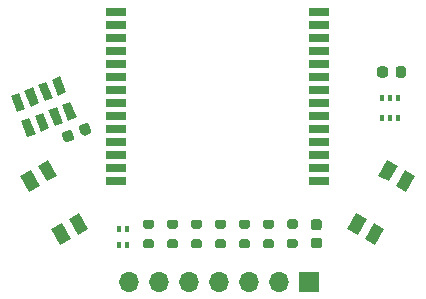
<source format=gbr>
G04 #@! TF.GenerationSoftware,KiCad,Pcbnew,(5.1.10)-1*
G04 #@! TF.CreationDate,2021-08-29T10:51:26+02:00*
G04 #@! TF.ProjectId,nrf52-sensor-tag,6e726635-322d-4736-956e-736f722d7461,rev?*
G04 #@! TF.SameCoordinates,Original*
G04 #@! TF.FileFunction,Soldermask,Top*
G04 #@! TF.FilePolarity,Negative*
%FSLAX46Y46*%
G04 Gerber Fmt 4.6, Leading zero omitted, Abs format (unit mm)*
G04 Created by KiCad (PCBNEW (5.1.10)-1) date 2021-08-29 10:51:26*
%MOMM*%
%LPD*%
G01*
G04 APERTURE LIST*
%ADD10R,0.400000X0.500000*%
%ADD11R,1.700000X0.800000*%
%ADD12C,0.100000*%
%ADD13R,0.300000X0.550000*%
%ADD14O,1.700000X1.700000*%
%ADD15R,1.700000X1.700000*%
G04 APERTURE END LIST*
G36*
G01*
X115620000Y-75736000D02*
X116170000Y-75736000D01*
G75*
G02*
X116370000Y-75936000I0J-200000D01*
G01*
X116370000Y-76336000D01*
G75*
G02*
X116170000Y-76536000I-200000J0D01*
G01*
X115620000Y-76536000D01*
G75*
G02*
X115420000Y-76336000I0J200000D01*
G01*
X115420000Y-75936000D01*
G75*
G02*
X115620000Y-75736000I200000J0D01*
G01*
G37*
G36*
G01*
X115620000Y-74086000D02*
X116170000Y-74086000D01*
G75*
G02*
X116370000Y-74286000I0J-200000D01*
G01*
X116370000Y-74686000D01*
G75*
G02*
X116170000Y-74886000I-200000J0D01*
G01*
X115620000Y-74886000D01*
G75*
G02*
X115420000Y-74686000I0J200000D01*
G01*
X115420000Y-74286000D01*
G75*
G02*
X115620000Y-74086000I200000J0D01*
G01*
G37*
G36*
G01*
X117653000Y-75736000D02*
X118203000Y-75736000D01*
G75*
G02*
X118403000Y-75936000I0J-200000D01*
G01*
X118403000Y-76336000D01*
G75*
G02*
X118203000Y-76536000I-200000J0D01*
G01*
X117653000Y-76536000D01*
G75*
G02*
X117453000Y-76336000I0J200000D01*
G01*
X117453000Y-75936000D01*
G75*
G02*
X117653000Y-75736000I200000J0D01*
G01*
G37*
G36*
G01*
X117653000Y-74086000D02*
X118203000Y-74086000D01*
G75*
G02*
X118403000Y-74286000I0J-200000D01*
G01*
X118403000Y-74686000D01*
G75*
G02*
X118203000Y-74886000I-200000J0D01*
G01*
X117653000Y-74886000D01*
G75*
G02*
X117453000Y-74686000I0J200000D01*
G01*
X117453000Y-74286000D01*
G75*
G02*
X117653000Y-74086000I200000J0D01*
G01*
G37*
G36*
G01*
X120235000Y-74886000D02*
X119685000Y-74886000D01*
G75*
G02*
X119485000Y-74686000I0J200000D01*
G01*
X119485000Y-74286000D01*
G75*
G02*
X119685000Y-74086000I200000J0D01*
G01*
X120235000Y-74086000D01*
G75*
G02*
X120435000Y-74286000I0J-200000D01*
G01*
X120435000Y-74686000D01*
G75*
G02*
X120235000Y-74886000I-200000J0D01*
G01*
G37*
G36*
G01*
X120235000Y-76536000D02*
X119685000Y-76536000D01*
G75*
G02*
X119485000Y-76336000I0J200000D01*
G01*
X119485000Y-75936000D01*
G75*
G02*
X119685000Y-75736000I200000J0D01*
G01*
X120235000Y-75736000D01*
G75*
G02*
X120435000Y-75936000I0J-200000D01*
G01*
X120435000Y-76336000D01*
G75*
G02*
X120235000Y-76536000I-200000J0D01*
G01*
G37*
D10*
X113417000Y-74915000D03*
X114117000Y-74915000D03*
X114117000Y-76215000D03*
X113417000Y-76215000D03*
D11*
X130340000Y-70815000D03*
X130340000Y-69715000D03*
X130340000Y-68615000D03*
X130340000Y-67515000D03*
X130340000Y-66415000D03*
X130340000Y-65315000D03*
X130340000Y-64215000D03*
X130340000Y-63115000D03*
X130340000Y-62015000D03*
X130340000Y-60915000D03*
X130340000Y-59815000D03*
X130340000Y-58715000D03*
X130340000Y-57615000D03*
X130340000Y-56515000D03*
X113140000Y-70815000D03*
X113140000Y-69715000D03*
X113140000Y-68615000D03*
X113140000Y-67515000D03*
X113140000Y-66415000D03*
X113140000Y-65315000D03*
X113140000Y-64215000D03*
X113140000Y-63115000D03*
X113140000Y-62015000D03*
X113140000Y-60915000D03*
X113140000Y-59815000D03*
X113140000Y-58715000D03*
X113140000Y-57615000D03*
X113140000Y-56515000D03*
D12*
G36*
X104942837Y-63369440D02*
G01*
X105486017Y-64713857D01*
X104790629Y-64994812D01*
X104247449Y-63650395D01*
X104942837Y-63369440D01*
G37*
G36*
X106101817Y-62901182D02*
G01*
X106644997Y-64245599D01*
X105949609Y-64526554D01*
X105406429Y-63182137D01*
X106101817Y-62901182D01*
G37*
G36*
X107260796Y-62432923D02*
G01*
X107803976Y-63777340D01*
X107108588Y-64058295D01*
X106565408Y-62713878D01*
X107260796Y-62432923D01*
G37*
G36*
X108419776Y-61964665D02*
G01*
X108962956Y-63309082D01*
X108267568Y-63590037D01*
X107724388Y-62245620D01*
X108419776Y-61964665D01*
G37*
G36*
X109281371Y-64097188D02*
G01*
X109824551Y-65441605D01*
X109129163Y-65722560D01*
X108585983Y-64378143D01*
X109281371Y-64097188D01*
G37*
G36*
X108122391Y-64565446D02*
G01*
X108665571Y-65909863D01*
X107970183Y-66190818D01*
X107427003Y-64846401D01*
X108122391Y-64565446D01*
G37*
G36*
X106963412Y-65033705D02*
G01*
X107506592Y-66378122D01*
X106811204Y-66659077D01*
X106268024Y-65314660D01*
X106963412Y-65033705D01*
G37*
G36*
X105804432Y-65501963D02*
G01*
X106347612Y-66846380D01*
X105652224Y-67127335D01*
X105109044Y-65782918D01*
X105804432Y-65501963D01*
G37*
D13*
X137023000Y-65518000D03*
X136373000Y-65518000D03*
X135723000Y-65518000D03*
X135723000Y-63768000D03*
X136373000Y-63768000D03*
X137023000Y-63768000D03*
G36*
G01*
X136825000Y-61845000D02*
X136825000Y-61345000D01*
G75*
G02*
X137050000Y-61120000I225000J0D01*
G01*
X137500000Y-61120000D01*
G75*
G02*
X137725000Y-61345000I0J-225000D01*
G01*
X137725000Y-61845000D01*
G75*
G02*
X137500000Y-62070000I-225000J0D01*
G01*
X137050000Y-62070000D01*
G75*
G02*
X136825000Y-61845000I0J225000D01*
G01*
G37*
G36*
G01*
X135275000Y-61845000D02*
X135275000Y-61345000D01*
G75*
G02*
X135500000Y-61120000I225000J0D01*
G01*
X135950000Y-61120000D01*
G75*
G02*
X136175000Y-61345000I0J-225000D01*
G01*
X136175000Y-61845000D01*
G75*
G02*
X135950000Y-62070000I-225000J0D01*
G01*
X135500000Y-62070000D01*
G75*
G02*
X135275000Y-61845000I0J225000D01*
G01*
G37*
G36*
G01*
X110224986Y-66848548D02*
X110037683Y-66384957D01*
G75*
G02*
X110162013Y-66092055I208616J84286D01*
G01*
X110579246Y-65923482D01*
G75*
G02*
X110872148Y-66047812I84286J-208616D01*
G01*
X111059451Y-66511403D01*
G75*
G02*
X110935121Y-66804305I-208616J-84286D01*
G01*
X110517888Y-66972878D01*
G75*
G02*
X110224986Y-66848548I-84286J208616D01*
G01*
G37*
G36*
G01*
X108787852Y-67429188D02*
X108600549Y-66965597D01*
G75*
G02*
X108724879Y-66672695I208616J84286D01*
G01*
X109142112Y-66504122D01*
G75*
G02*
X109435014Y-66628452I84286J-208616D01*
G01*
X109622317Y-67092043D01*
G75*
G02*
X109497987Y-67384945I-208616J-84286D01*
G01*
X109080754Y-67553518D01*
G75*
G02*
X108787852Y-67429188I-84286J208616D01*
G01*
G37*
D14*
X114275000Y-79362300D03*
X116815000Y-79362300D03*
X119355000Y-79362300D03*
X121895000Y-79362300D03*
X124435000Y-79362300D03*
X126975000Y-79362300D03*
D15*
X129515000Y-79362300D03*
G36*
G01*
X128366000Y-74873300D02*
X127816000Y-74873300D01*
G75*
G02*
X127616000Y-74673300I0J200000D01*
G01*
X127616000Y-74273300D01*
G75*
G02*
X127816000Y-74073300I200000J0D01*
G01*
X128366000Y-74073300D01*
G75*
G02*
X128566000Y-74273300I0J-200000D01*
G01*
X128566000Y-74673300D01*
G75*
G02*
X128366000Y-74873300I-200000J0D01*
G01*
G37*
G36*
G01*
X128366000Y-76523300D02*
X127816000Y-76523300D01*
G75*
G02*
X127616000Y-76323300I0J200000D01*
G01*
X127616000Y-75923300D01*
G75*
G02*
X127816000Y-75723300I200000J0D01*
G01*
X128366000Y-75723300D01*
G75*
G02*
X128566000Y-75923300I0J-200000D01*
G01*
X128566000Y-76323300D01*
G75*
G02*
X128366000Y-76523300I-200000J0D01*
G01*
G37*
G36*
G01*
X121718000Y-74086000D02*
X122268000Y-74086000D01*
G75*
G02*
X122468000Y-74286000I0J-200000D01*
G01*
X122468000Y-74686000D01*
G75*
G02*
X122268000Y-74886000I-200000J0D01*
G01*
X121718000Y-74886000D01*
G75*
G02*
X121518000Y-74686000I0J200000D01*
G01*
X121518000Y-74286000D01*
G75*
G02*
X121718000Y-74086000I200000J0D01*
G01*
G37*
G36*
G01*
X121718000Y-75736000D02*
X122268000Y-75736000D01*
G75*
G02*
X122468000Y-75936000I0J-200000D01*
G01*
X122468000Y-76336000D01*
G75*
G02*
X122268000Y-76536000I-200000J0D01*
G01*
X121718000Y-76536000D01*
G75*
G02*
X121518000Y-76336000I0J200000D01*
G01*
X121518000Y-75936000D01*
G75*
G02*
X121718000Y-75736000I200000J0D01*
G01*
G37*
G36*
G01*
X124301000Y-74886000D02*
X123751000Y-74886000D01*
G75*
G02*
X123551000Y-74686000I0J200000D01*
G01*
X123551000Y-74286000D01*
G75*
G02*
X123751000Y-74086000I200000J0D01*
G01*
X124301000Y-74086000D01*
G75*
G02*
X124501000Y-74286000I0J-200000D01*
G01*
X124501000Y-74686000D01*
G75*
G02*
X124301000Y-74886000I-200000J0D01*
G01*
G37*
G36*
G01*
X124301000Y-76536000D02*
X123751000Y-76536000D01*
G75*
G02*
X123551000Y-76336000I0J200000D01*
G01*
X123551000Y-75936000D01*
G75*
G02*
X123751000Y-75736000I200000J0D01*
G01*
X124301000Y-75736000D01*
G75*
G02*
X124501000Y-75936000I0J-200000D01*
G01*
X124501000Y-76336000D01*
G75*
G02*
X124301000Y-76536000I-200000J0D01*
G01*
G37*
G36*
G01*
X126333000Y-74886000D02*
X125783000Y-74886000D01*
G75*
G02*
X125583000Y-74686000I0J200000D01*
G01*
X125583000Y-74286000D01*
G75*
G02*
X125783000Y-74086000I200000J0D01*
G01*
X126333000Y-74086000D01*
G75*
G02*
X126533000Y-74286000I0J-200000D01*
G01*
X126533000Y-74686000D01*
G75*
G02*
X126333000Y-74886000I-200000J0D01*
G01*
G37*
G36*
G01*
X126333000Y-76536000D02*
X125783000Y-76536000D01*
G75*
G02*
X125583000Y-76336000I0J200000D01*
G01*
X125583000Y-75936000D01*
G75*
G02*
X125783000Y-75736000I200000J0D01*
G01*
X126333000Y-75736000D01*
G75*
G02*
X126533000Y-75936000I0J-200000D01*
G01*
X126533000Y-76336000D01*
G75*
G02*
X126333000Y-76536000I-200000J0D01*
G01*
G37*
D12*
G36*
X105830865Y-71716853D02*
G01*
X105055865Y-70374513D01*
X105921891Y-69874513D01*
X106696891Y-71216853D01*
X105830865Y-71716853D01*
G37*
G36*
X107303109Y-70866853D02*
G01*
X106528109Y-69524513D01*
X107394135Y-69024513D01*
X108169135Y-70366853D01*
X107303109Y-70866853D01*
G37*
G36*
X108455865Y-76263487D02*
G01*
X107680865Y-74921147D01*
X108546891Y-74421147D01*
X109321891Y-75763487D01*
X108455865Y-76263487D01*
G37*
G36*
X109928109Y-75413487D02*
G01*
X109153109Y-74071147D01*
X110019135Y-73571147D01*
X110794135Y-74913487D01*
X109928109Y-75413487D01*
G37*
G36*
X135855135Y-74921147D02*
G01*
X135080135Y-76263487D01*
X134214109Y-75763487D01*
X134989109Y-74421147D01*
X135855135Y-74921147D01*
G37*
G36*
X134382891Y-74071147D02*
G01*
X133607891Y-75413487D01*
X132741865Y-74913487D01*
X133516865Y-73571147D01*
X134382891Y-74071147D01*
G37*
G36*
X138480135Y-70374513D02*
G01*
X137705135Y-71716853D01*
X136839109Y-71216853D01*
X137614109Y-69874513D01*
X138480135Y-70374513D01*
G37*
G36*
X137007891Y-69524513D02*
G01*
X136232891Y-70866853D01*
X135366865Y-70366853D01*
X136141865Y-69024513D01*
X137007891Y-69524513D01*
G37*
G36*
G01*
X129874000Y-75623300D02*
X130374000Y-75623300D01*
G75*
G02*
X130599000Y-75848300I0J-225000D01*
G01*
X130599000Y-76298300D01*
G75*
G02*
X130374000Y-76523300I-225000J0D01*
G01*
X129874000Y-76523300D01*
G75*
G02*
X129649000Y-76298300I0J225000D01*
G01*
X129649000Y-75848300D01*
G75*
G02*
X129874000Y-75623300I225000J0D01*
G01*
G37*
G36*
G01*
X129874000Y-74073300D02*
X130374000Y-74073300D01*
G75*
G02*
X130599000Y-74298300I0J-225000D01*
G01*
X130599000Y-74748300D01*
G75*
G02*
X130374000Y-74973300I-225000J0D01*
G01*
X129874000Y-74973300D01*
G75*
G02*
X129649000Y-74748300I0J225000D01*
G01*
X129649000Y-74298300D01*
G75*
G02*
X129874000Y-74073300I225000J0D01*
G01*
G37*
M02*

</source>
